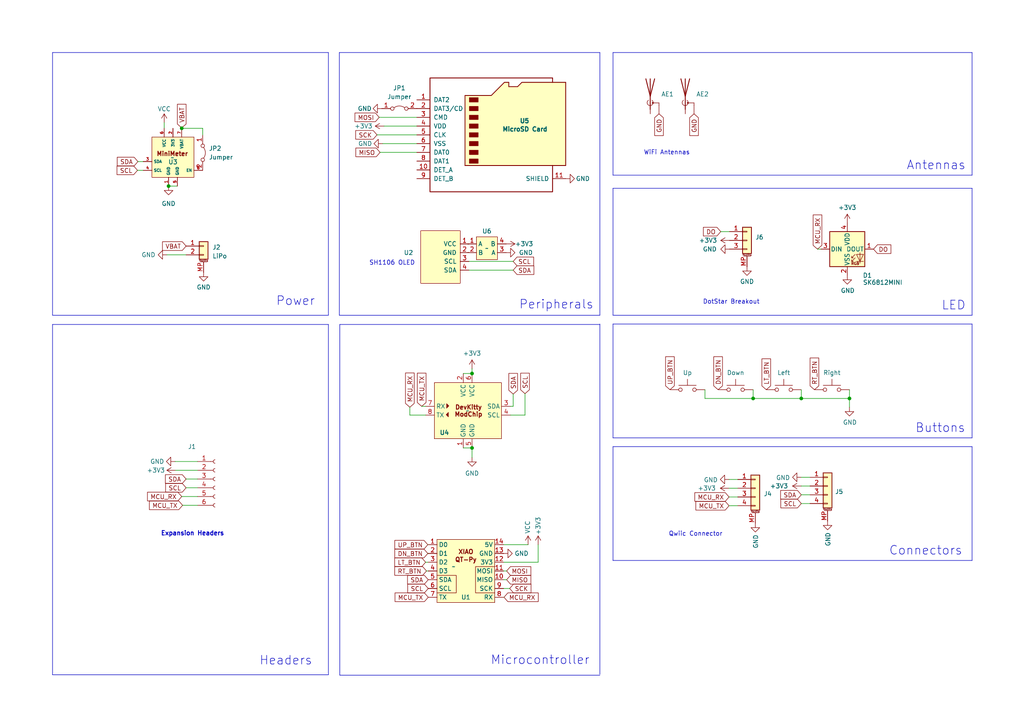
<source format=kicad_sch>
(kicad_sch (version 20230121) (generator eeschema)
  (paper "A4")
  (title_block (title "CutieCat") (date "2024-02-17") (rev "0.0") (company "DevKitty"))
  (lib_symbols
    (symbol "Connector:Conn_01x06_Female" (pin_names (offset 1.016) hide)
      (property "Reference" "J" (at 0 7.62 0))
      (property "Value" "Conn_01x06_Female" (at 0 -10.16 0))
      (symbol "Conn_01x06_Female_1_1"
        (arc (start 0 -7.112) (mid -0.5058 -7.62) (end 0 -8.128) (stroke (width 0.1524)))
        (arc (start 0 -4.572) (mid -0.5058 -5.08) (end 0 -5.588) (stroke (width 0.1524)))
        (arc (start 0 -2.032) (mid -0.5058 -2.54) (end 0 -3.048) (stroke (width 0.1524)))
        (polyline (pts (xy -1.27 -7.62) (xy -0.508 -7.62)) (stroke (width 0.1524)))
        (polyline (pts (xy -1.27 -5.08) (xy -0.508 -5.08)) (stroke (width 0.1524)))
        (polyline (pts (xy -1.27 -2.54) (xy -0.508 -2.54)) (stroke (width 0.1524)))
        (polyline (pts (xy -1.27 0) (xy -0.508 0)) (stroke (width 0.1524)))
        (polyline (pts (xy -1.27 2.54) (xy -0.508 2.54)) (stroke (width 0.1524)))
        (polyline (pts (xy -1.27 5.08) (xy -0.508 5.08)) (stroke (width 0.1524)))
        (arc (start 0 0.508) (mid -0.5058 0) (end 0 -0.508) (stroke (width 0.1524)))
        (arc (start 0 3.048) (mid -0.5058 2.54) (end 0 2.032) (stroke (width 0.1524)))
        (arc (start 0 5.588) (mid -0.5058 5.08) (end 0 4.572) (stroke (width 0.1524)))
        (pin passive line (at -5.08 5.08 0) (length 3.81) (name "Pin_1") (number "1"))
        (pin passive line (at -5.08 2.54 0) (length 3.81) (name "Pin_2") (number "2"))
        (pin passive line (at -5.08 0 0) (length 3.81) (name "Pin_3") (number "3"))
        (pin passive line (at -5.08 -2.54 0) (length 3.81) (name "Pin_4") (number "4"))
        (pin passive line (at -5.08 -5.08 0) (length 3.81) (name "Pin_5") (number "5"))
        (pin passive line (at -5.08 -7.62 0) (length 3.81) (name "Pin_6") (number "6"))
      )
    )
    (symbol "Connector:Micro_SD_Card_Det" (pin_names (offset 1.016))
      (property "Reference" "J" (at -16.51 17.78 0))
      (property "Value" "Micro_SD_Card_Det" (at 16.51 17.78 0))
      (symbol "Micro_SD_Card_Det_0_1"
        (rectangle (start -7.62 -6.985) (end -5.08 -8.255) (fill (type outline)))
        (rectangle (start -7.62 -4.445) (end -5.08 -5.715) (fill (type outline)))
        (rectangle (start -7.62 -1.905) (end -5.08 -3.175) (fill (type outline)))
        (rectangle (start -7.62 0.635) (end -5.08 -0.635) (fill (type outline)))
        (rectangle (start -7.62 3.175) (end -5.08 1.905) (fill (type outline)))
        (rectangle (start -7.62 5.715) (end -5.08 4.445) (fill (type outline)))
        (rectangle (start -7.62 8.255) (end -5.08 6.985) (fill (type outline)))
        (rectangle (start -7.62 10.795) (end -5.08 9.525) (fill (type outline)))
        (polyline (pts (xy 16.51 15.24) (xy 16.51 16.51) (xy -19.05 16.51) (xy -19.05 -16.51) (xy 16.51 -16.51) (xy 16.51 -8.89)) (stroke (width 0.254)))
        (polyline (pts (xy -8.89 -8.89) (xy -8.89 11.43) (xy -1.27 11.43) (xy 2.54 15.24) (xy 3.81 15.24) (xy 3.81 13.97) (xy 6.35 13.97) (xy 7.62 15.24) (xy 20.32 15.24) (xy 20.32 -8.89) (xy -8.89 -8.89)) (stroke (width 0.254)) (fill (type background)))
      )
      (symbol "Micro_SD_Card_Det_1_1"
        (pin bidirectional line (at -22.86 10.16 0) (length 3.81) (name "DAT2") (number "1"))
        (pin passive line (at -22.86 -10.16 0) (length 3.81) (name "DET_A") (number "10"))
        (pin passive line (at 20.32 -12.7 180) (length 3.81) (name "SHIELD") (number "11"))
        (pin bidirectional line (at -22.86 7.62 0) (length 3.81) (name "DAT3/CD") (number "2"))
        (pin input line (at -22.86 5.08 0) (length 3.81) (name "CMD") (number "3"))
        (pin power_in line (at -22.86 2.54 0) (length 3.81) (name "VDD") (number "4"))
        (pin input line (at -22.86 0 0) (length 3.81) (name "CLK") (number "5"))
        (pin power_in line (at -22.86 -2.54 0) (length 3.81) (name "VSS") (number "6"))
        (pin bidirectional line (at -22.86 -5.08 0) (length 3.81) (name "DAT0") (number "7"))
        (pin bidirectional line (at -22.86 -7.62 0) (length 3.81) (name "DAT1") (number "8"))
        (pin passive line (at -22.86 -12.7 0) (length 3.81) (name "DET_B") (number "9"))
      )
    )
    (symbol "Connector_Generic_MountingPin:Conn_01x02_MountingPin" (pin_names (offset 1.016) hide)
      (property "Reference" "J" (at 0 2.54 0))
      (property "Value" "Conn_01x02_MountingPin" (at 1.27 -5.08 0))
      (symbol "Conn_01x02_MountingPin_1_1"
        (rectangle (start -1.27 -2.413) (end 0 -2.667) (stroke (width 0.1524)))
        (rectangle (start -1.27 0.127) (end 0 -0.127) (stroke (width 0.1524)))
        (rectangle (start -1.27 1.27) (end 1.27 -3.81) (stroke (width 0.254)) (fill (type background)))
        (polyline (pts (xy -1.016 -4.572) (xy 1.016 -4.572)) (stroke (width 0.1524)))
        (text "Mounting" (at 0 -4.191 0) (effects (font (size 0.381 0.381))))
        (pin passive line (at -5.08 0 0) (length 3.81) (name "Pin_1") (number "1"))
        (pin passive line (at -5.08 -2.54 0) (length 3.81) (name "Pin_2") (number "2"))
        (pin passive line (at 0 -7.62 90) (length 3.048) (name "MountPin") (number "MP"))
      )
    )
    (symbol "Connector_Generic_MountingPin:Conn_01x03_MountingPin" (pin_names (offset 1.016) hide)
      (property "Reference" "J" (at 0 5.08 0))
      (property "Value" "Conn_01x03_MountingPin" (at 1.27 -5.08 0))
      (symbol "Conn_01x03_MountingPin_1_1"
        (rectangle (start -1.27 -2.413) (end 0 -2.667) (stroke (width 0.1524)))
        (rectangle (start -1.27 0.127) (end 0 -0.127) (stroke (width 0.1524)))
        (rectangle (start -1.27 2.667) (end 0 2.413) (stroke (width 0.1524)))
        (rectangle (start -1.27 3.81) (end 1.27 -3.81) (stroke (width 0.254)) (fill (type background)))
        (polyline (pts (xy -1.016 -4.572) (xy 1.016 -4.572)) (stroke (width 0.1524)))
        (text "Mounting" (at 0 -4.191 0) (effects (font (size 0.381 0.381))))
        (pin passive line (at -5.08 2.54 0) (length 3.81) (name "Pin_1") (number "1"))
        (pin passive line (at -5.08 0 0) (length 3.81) (name "Pin_2") (number "2"))
        (pin passive line (at -5.08 -2.54 0) (length 3.81) (name "Pin_3") (number "3"))
        (pin passive line (at 0 -7.62 90) (length 3.048) (name "MountPin") (number "MP"))
      )
    )
    (symbol "Connector_Generic_MountingPin:Conn_01x04_MountingPin" (pin_names (offset 1.016) hide)
      (property "Reference" "J" (at 0 5.08 0))
      (property "Value" "Conn_01x04_MountingPin" (at 1.27 -7.62 0))
      (symbol "Conn_01x04_MountingPin_1_1"
        (rectangle (start -1.27 -4.953) (end 0 -5.207) (stroke (width 0.1524)))
        (rectangle (start -1.27 -2.413) (end 0 -2.667) (stroke (width 0.1524)))
        (rectangle (start -1.27 0.127) (end 0 -0.127) (stroke (width 0.1524)))
        (rectangle (start -1.27 2.667) (end 0 2.413) (stroke (width 0.1524)))
        (rectangle (start -1.27 3.81) (end 1.27 -6.35) (stroke (width 0.254)) (fill (type background)))
        (polyline (pts (xy -1.016 -7.112) (xy 1.016 -7.112)) (stroke (width 0.1524)))
        (text "Mounting" (at 0 -6.731 0) (effects (font (size 0.381 0.381))))
        (pin passive line (at -5.08 2.54 0) (length 3.81) (name "Pin_1") (number "1"))
        (pin passive line (at -5.08 0 0) (length 3.81) (name "Pin_2") (number "2"))
        (pin passive line (at -5.08 -2.54 0) (length 3.81) (name "Pin_3") (number "3"))
        (pin passive line (at -5.08 -5.08 0) (length 3.81) (name "Pin_4") (number "4"))
        (pin passive line (at 0 -10.16 90) (length 3.048) (name "MountPin") (number "MP"))
      )
    )
    (symbol "CutieCat:Switcheroo"
      (property "Reference" "U6" (at 0 4.953 0))
      (property "Value" "~" (at 0 0 0))
      (symbol "Switcheroo_1_1"
        (rectangle (start -3.048 3.302) (end 3.048 -3.302) (fill (type background)))
        (pin input line (at -5.588 1.27 0) (length 2.54) (name "A") (number "1"))
        (pin input line (at -5.588 -1.27 0) (length 2.54) (name "B") (number "2"))
        (pin input line (at 5.588 -1.27 180) (length 2.54) (name "A") (number "3"))
        (pin input line (at 5.588 1.27 180) (length 2.54) (name "B") (number "4"))
      )
    )
    (symbol "DevKitty-ModChip:DevKitty-ModChip"
      (property "Reference" "U" (at -7.366 -6.096 0))
      (symbol "DevKitty-ModChip_1_1"
        (rectangle (start -9.652 8.128) (end 9.8044 -8.128) (fill (type background)))
        (polyline (pts (xy -6.096 0.762) (xy -6.096 2.032) (xy -5.461 1.397) (xy -6.096 0.762)) (fill (type outline)))
        (polyline (pts (xy -5.588 -0.508) (xy -5.588 -1.778) (xy -6.223 -1.143) (xy -5.588 -0.508)) (fill (type outline)))
        (text "DevKitty\nModChip" (at 0.254 0 0) (effects (font (size 1.27 1.27) bold)))
        (pin power_in line (at -1.27 -10.795 90) (length 2.54) (name "GND") (number "1"))
        (pin power_in line (at -1.27 10.795 270) (length 2.54) (name "VCC") (number "2"))
        (pin bidirectional line (at 12.446 1.27 180) (length 2.54) (name "SDA") (number "3"))
        (pin input line (at 12.446 -1.27 180) (length 2.54) (name "SCL") (number "4"))
        (pin power_in line (at 1.27 -10.795 90) (length 2.54) (name "GND") (number "5"))
        (pin power_in line (at 1.27 10.795 270) (length 2.54) (name "VCC") (number "6"))
        (pin input line (at -12.192 1.27 0) (length 2.54) (name "RX") (number "7"))
        (pin output line (at -12.192 -1.27 0) (length 2.54) (name "TX") (number "8"))
      )
    )
    (symbol "Device:Antenna_Shield" (pin_numbers hide) (pin_names (offset 1.016) hide)
      (property "Reference" "AE" (at -1.905 4.445 0))
      (property "Value" "Antenna_Shield" (at -1.905 2.54 0))
      (symbol "Antenna_Shield_0_1"
        (arc (start -0.508 -1.143) (mid -0.8429 -2.1194) (end 0 -2.667))
        (arc (start 0 -2.667) (mid 0.7989 -2.1052) (end 0.508 -1.143))
        (polyline (pts (xy 0 -2.54) (xy 0 0)))
        (polyline (pts (xy 0 5.08) (xy 0 -3.81)) (stroke (width 0.254)))
        (polyline (pts (xy 0.762 -1.905) (xy 2.54 -1.905)))
        (polyline (pts (xy 2.54 -2.54) (xy 2.54 -1.905)))
        (polyline (pts (xy 1.27 5.08) (xy 0 0) (xy -1.27 5.08)) (stroke (width 0.254)))
        (circle (center 0.762 -1.905) (radius 0.1778) (fill (type outline)))
      )
      (symbol "Antenna_Shield_1_1"
        (pin input line (at 0 -5.08 90) (length 2.54) (name "A") (number "1"))
        (pin input line (at 2.54 -5.08 90) (length 2.54) (name "Shield") (number "2"))
      )
    )
    (symbol "Jumper:Jumper_2_Bridged" (pin_names (offset 0) hide)
      (property "Reference" "JP" (at 0 1.905 0))
      (property "Value" "Jumper_2_Bridged" (at 0 -2.54 0))
      (symbol "Jumper_2_Bridged_0_0"
        (circle (center -2.032 0) (radius 0.508))
        (circle (center 2.032 0) (radius 0.508))
      )
      (symbol "Jumper_2_Bridged_0_1"
        (arc (start 1.524 0.254) (mid 0 0.762) (end -1.524 0.254))
      )
      (symbol "Jumper_2_Bridged_1_1"
        (pin passive line (at -5.08 0 0) (length 2.54) (name "A") (number "1"))
        (pin passive line (at 5.08 0 180) (length 2.54) (name "B") (number "2"))
      )
    )
    (symbol "LED:SK6812MINI" (pin_names (offset 0.254))
      (property "Reference" "D" (at 5.08 5.715 0))
      (property "Value" "SK6812MINI" (at 1.27 -5.715 0))
      (symbol "SK6812MINI_0_0"
        (text "RGB" (at 2.286 -4.191 0) (effects (font (size 0.762 0.762))))
      )
      (symbol "SK6812MINI_0_1"
        (polyline (pts (xy 1.27 -3.556) (xy 1.778 -3.556)))
        (polyline (pts (xy 1.27 -2.54) (xy 1.778 -2.54)))
        (polyline (pts (xy 4.699 -3.556) (xy 2.667 -3.556)))
        (polyline (pts (xy 2.286 -2.54) (xy 1.27 -3.556) (xy 1.27 -3.048)))
        (polyline (pts (xy 2.286 -1.524) (xy 1.27 -2.54) (xy 1.27 -2.032)))
        (polyline (pts (xy 3.683 -1.016) (xy 3.683 -3.556) (xy 3.683 -4.064)))
        (polyline (pts (xy 4.699 -1.524) (xy 2.667 -1.524) (xy 3.683 -3.556) (xy 4.699 -1.524)))
        (rectangle (start 5.08 5.08) (end -5.08 -5.08) (stroke (width 0.254)) (fill (type background)))
      )
      (symbol "SK6812MINI_1_1"
        (pin output line (at 7.62 0 180) (length 2.54) (name "DOUT") (number "1"))
        (pin power_in line (at 0 -7.62 90) (length 2.54) (name "VSS") (number "2"))
        (pin input line (at -7.62 0 0) (length 2.54) (name "DIN") (number "3"))
        (pin power_in line (at 0 7.62 270) (length 2.54) (name "VDD") (number "4"))
      )
    )
    (symbol "MicroControllers:XIAO / QT-Py ESP32"
      (property "Reference" "U" (at 0 -7.62 0))
      (symbol "XIAO / QT-Py ESP32_1_1"
        (rectangle (start -8.382 9.144) (end 8.382 -9.144) (fill (type background)))
        (polyline (pts (xy -8.382 -6.35) (xy -2.794 -6.35) (xy -2.794 -1.27) (xy -8.382 -1.27)))
        (polyline (pts (xy 8.382 1.27) (xy 2.794 1.27) (xy 2.794 -6.35) (xy 8.382 -6.35)))
        (text "QT-Py" (at 0 3.302 0) (effects (font (size 1.27 1.27) bold)))
        (text "XIAO" (at 0 5.588 0) (effects (font (size 1.27 1.27) bold)))
        (pin bidirectional line (at -10.922 7.62 0) (length 2.54) (name "D0") (number "1"))
        (pin bidirectional line (at 10.922 -2.54 180) (length 2.54) (name "MISO") (number "10"))
        (pin bidirectional line (at 10.922 0 180) (length 2.54) (name "MOSI") (number "11"))
        (pin power_out line (at 10.922 2.54 180) (length 2.54) (name "3V3") (number "12"))
        (pin bidirectional line (at 10.922 5.08 180) (length 2.54) (name "GND") (number "13"))
        (pin power_in line (at 10.922 7.62 180) (length 2.54) (name "5V") (number "14"))
        (pin bidirectional line (at -10.922 5.08 0) (length 2.54) (name "D1") (number "2"))
        (pin bidirectional line (at -10.922 2.54 0) (length 2.54) (name "D2") (number "3"))
        (pin bidirectional line (at -10.922 0 0) (length 2.54) (name "D3") (number "4"))
        (pin bidirectional line (at -10.922 -2.54 0) (length 2.54) (name "SDA") (number "5"))
        (pin bidirectional line (at -10.922 -5.08 0) (length 2.54) (name "SCL") (number "6"))
        (pin bidirectional line (at -10.922 -7.62 0) (length 2.54) (name "TX") (number "7"))
        (pin bidirectional line (at 10.922 -7.62 180) (length 2.54) (name "RX") (number "8"))
        (pin bidirectional line (at 10.922 -5.08 180) (length 2.54) (name "SCK") (number "9"))
      )
    )
    (symbol "PicoCharge:MiniMeter"
      (property "Reference" "U" (at 3.556 -1.016 0))
      (symbol "MiniMeter_1_1"
        (rectangle (start -6.096 5.842) (end 6.096 -5.842) (fill (type background)))
        (text "MiniMeter" (at -4.826 1.016 0) (effects (font (size 1.27 1.27) bold) (justify left)))
        (pin passive line (at -1.27 -8.382 90) (length 2.54) (name "GND") (number "1"))
        (pin power_out line (at 0 8.382 270) (length 2.54) (name "3V3") (number "2"))
        (pin input line (at -8.636 -1.27 0) (length 2.54) (name "SDA") (number "3"))
        (pin output line (at -8.636 -3.81 0) (length 2.54) (name "SCL") (number "4"))
        (pin passive line (at 1.27 -8.382 90) (length 2.54) (name "GND") (number "5"))
        (pin power_in line (at -2.54 8.382 270) (length 2.54) (name "VCC") (number "6"))
        (pin power_in line (at 2.54 8.382 270) (length 2.54) (name "VBAT") (number "7"))
        (pin passive line (at 8.636 -3.81 180) (length 2.54) (name "EN") (number "8"))
      )
    )
    (symbol "Switch:SW_Push" (pin_numbers hide) (pin_names (offset 1.016) hide)
      (property "Reference" "SW" (at 1.27 2.54 0))
      (property "Value" "SW_Push" (at 0 -1.524 0))
      (symbol "SW_Push_0_1"
        (circle (center -2.032 0) (radius 0.508))
        (polyline (pts (xy 0 1.27) (xy 0 3.048)))
        (polyline (pts (xy 2.54 1.27) (xy -2.54 1.27)))
        (circle (center 2.032 0) (radius 0.508))
        (pin passive line (at -5.08 0 0) (length 2.54) (name "1") (number "1"))
        (pin passive line (at 5.08 0 180) (length 2.54) (name "2") (number "2"))
      )
    )
    (symbol "power:+3V3" (power) (pin_names (offset 0))
      (property "Value" "+3V3" (at 0 3.556 0))
      (symbol "+3V3_0_1"
        (polyline (pts (xy -0.762 1.27) (xy 0 2.54)))
        (polyline (pts (xy 0 0) (xy 0 2.54)))
        (polyline (pts (xy 0 2.54) (xy 0.762 1.27)))
      )
      (symbol "+3V3_1_1"
        (pin power_in line (at 0 0 90) (length 0) hide (name "+3V3") (number "1"))
      )
    )
    (symbol "power:GND" (power) (pin_names (offset 0))
      (property "Value" "GND" (at 0 -3.81 0))
      (symbol "GND_0_1"
        (polyline (pts (xy 0 0) (xy 0 -1.27) (xy 1.27 -1.27) (xy 0 -2.54) (xy -1.27 -1.27) (xy 0 -1.27)))
      )
      (symbol "GND_1_1"
        (pin power_in line (at 0 0 270) (length 0) hide (name "GND") (number "1"))
      )
    )
    (symbol "power:VCC" (power) (pin_names (offset 0))
      (property "Value" "VCC" (at 0 3.81 0))
      (symbol "VCC_0_1"
        (polyline (pts (xy -0.762 1.27) (xy 0 2.54)))
        (polyline (pts (xy 0 0) (xy 0 2.54)))
        (polyline (pts (xy 0 2.54) (xy 0.762 1.27)))
      )
      (symbol "VCC_1_1"
        (pin power_in line (at 0 0 90) (length 0) hide (name "VCC") (number "1"))
      )
    )
    (symbol "v3.0.1-Dev-Kit-rescue:SH1106-I2C-Display_Graphic" (pin_names (offset 1.016))
      (property "Reference" "U2" (at -10.16 -1.27 90))
      (symbol "SH1106-I2C-Display_Graphic_1_1"
        (rectangle (start -7.62 3.81) (end 7.62 -7.62) (fill (type background)))
        (pin input line (at -3.81 6.35 270) (length 2.54) (name "VCC") (number "1"))
        (pin input line (at -1.27 6.35 270) (length 2.54) (name "GND") (number "2"))
        (pin input line (at 1.27 6.35 270) (length 2.54) (name "SCL") (number "3"))
        (pin input line (at 3.81 6.35 270) (length 2.54) (name "SDA") (number "4"))
      )
    )
  )
  (junction (at 218.44 115.57))
  (junction (at 136.906 129.921))
  (junction (at 48.895 53.975))
  (junction (at 246.38 115.57))
  (junction (at 232.41 115.57))
  (junction (at 136.906 108.331))
  (junction (at 52.705 37.211))
  (polyline (pts (xy 177.8 54.61) (xy 281.94 54.61)))
  (polyline (pts (xy 281.94 127) (xy 281.94 93.98)))
  (wire (pts (xy 48.4124 73.914) (xy 53.975 73.914)))
  (wire (pts (xy 148.844 78.359) (xy 136.017 78.359)))
  (wire (pts (xy 136.017 75.819) (xy 148.844 75.819)))
  (wire (pts (xy 211.455 141.605) (xy 213.995 141.605)))
  (polyline (pts (xy 95.25 15.24) (xy 95.25 91.44)))
  (wire (pts (xy 156.083 157.988) (xy 156.083 163.068)))
  (polyline (pts (xy 15.24 94.107) (xy 95.25 94.107)))
  (wire (pts (xy 134.366 129.921) (xy 136.906 129.921)))
  (wire (pts (xy 39.878 49.403) (xy 41.529 49.403)))
  (wire (pts (xy 148.844 114.3) (xy 148.844 117.856)))
  (wire (pts (xy 204.47 113.03) (xy 204.47 115.57)))
  (polyline (pts (xy 15.24 195.707) (xy 15.24 94.107)))
  (polyline (pts (xy 177.8 15.24) (xy 281.94 15.24)))
  (wire (pts (xy 211.455 139.065) (xy 213.995 139.065)))
  (wire (pts (xy 209.042 67.183) (xy 211.582 67.183)))
  (wire (pts (xy 237.109 72.263) (xy 238.125 72.263)))
  (wire (pts (xy 58.801 37.211) (xy 52.705 37.211)))
  (wire (pts (xy 110.998 41.656) (xy 120.904 41.656)))
  (polyline (pts (xy 177.8 50.8) (xy 281.94 50.8)))
  (wire (pts (xy 109.347 39.116) (xy 120.904 39.116)))
  (wire (pts (xy 246.38 118.11) (xy 246.38 115.57)))
  (wire (pts (xy 123.444 163.068) (xy 124.206 163.068)))
  (wire (pts (xy 52.705 144.018) (xy 57.277 144.018)))
  (wire (pts (xy 134.366 108.331) (xy 136.906 108.331)))
  (wire (pts (xy 53.975 138.938) (xy 57.277 138.938)))
  (wire (pts (xy 204.47 115.57) (xy 218.44 115.57)))
  (polyline (pts (xy 95.25 94.107) (xy 95.25 195.707)))
  (wire (pts (xy 122.301 117.856) (xy 123.444 117.856)))
  (polyline (pts (xy 98.425 91.44) (xy 98.425 15.24)))
  (wire (pts (xy 136.906 106.934) (xy 136.906 108.331)))
  (wire (pts (xy 124.079 157.988) (xy 124.206 157.988)))
  (polyline (pts (xy 173.99 195.834) (xy 98.552 195.834)))
  (wire (pts (xy 50.927 136.398) (xy 57.277 136.398)))
  (wire (pts (xy 153.162 157.988) (xy 146.05 157.988)))
  (wire (pts (xy 211.455 146.685) (xy 213.995 146.685)))
  (polyline (pts (xy 173.99 91.44) (xy 98.425 91.44)))
  (wire (pts (xy 232.41 115.57) (xy 246.38 115.57)))
  (wire (pts (xy 40.005 46.863) (xy 41.529 46.863)))
  (wire (pts (xy 146.177 173.228) (xy 146.05 173.228)))
  (wire (pts (xy 136.906 132.715) (xy 136.906 129.921)))
  (wire (pts (xy 232.41 146.05) (xy 234.95 146.05)))
  (wire (pts (xy 234.95 143.51) (xy 232.41 143.51)))
  (wire (pts (xy 232.41 138.43) (xy 234.95 138.43)))
  (polyline (pts (xy 281.94 50.8) (xy 281.94 15.24)))
  (wire (pts (xy 124.079 160.528) (xy 124.206 160.528)))
  (wire (pts (xy 136.017 73.279) (xy 135.636 73.279)))
  (wire (pts (xy 152.273 114.173) (xy 152.273 120.396)))
  (wire (pts (xy 52.705 37.084) (xy 52.705 37.211)))
  (polyline (pts (xy 177.8 127) (xy 281.94 127)))
  (polyline (pts (xy 98.425 15.24) (xy 173.99 15.24)))
  (wire (pts (xy 111.379 36.576) (xy 120.904 36.576)))
  (polyline (pts (xy 173.99 93.98) (xy 173.99 195.58)))
  (wire (pts (xy 109.982 34.036) (xy 120.904 34.036)))
  (polyline (pts (xy 281.94 91.44) (xy 281.94 54.61)))
  (polyline (pts (xy 281.94 162.56) (xy 177.8 162.56)))
  (wire (pts (xy 148.844 117.856) (xy 148.082 117.856)))
  (wire (pts (xy 58.801 39.243) (xy 58.801 37.211)))
  (wire (pts (xy 213.995 144.145) (xy 211.455 144.145)))
  (wire (pts (xy 218.44 115.57) (xy 232.41 115.57)))
  (polyline (pts (xy 98.552 94.107) (xy 173.99 94.107)))
  (polyline (pts (xy 173.99 15.24) (xy 173.99 91.44)))
  (wire (pts (xy 148.082 120.396) (xy 152.273 120.396)))
  (polyline (pts (xy 95.25 195.707) (xy 15.24 195.707)))
  (polyline (pts (xy 281.94 129.54) (xy 281.94 162.56)))
  (wire (pts (xy 118.872 118.11) (xy 118.872 120.396)))
  (polyline (pts (xy 177.8 54.61) (xy 177.8 91.44)))
  (polyline (pts (xy 98.552 195.834) (xy 98.552 94.107)))
  (wire (pts (xy 246.38 115.57) (xy 246.38 113.03)))
  (wire (pts (xy 50.8 133.858) (xy 57.277 133.858)))
  (polyline (pts (xy 95.25 91.44) (xy 15.24 91.44)))
  (polyline (pts (xy 15.24 91.44) (xy 15.24 15.24)))
  (wire (pts (xy 110.236 44.196) (xy 120.904 44.196)))
  (polyline (pts (xy 177.8 93.98) (xy 177.8 127)))
  (polyline (pts (xy 177.8 93.98) (xy 281.94 93.98)))
  (polyline (pts (xy 177.8 91.44) (xy 281.94 91.44)))
  (wire (pts (xy 52.959 146.558) (xy 57.277 146.558)))
  (polyline (pts (xy 177.8 162.56) (xy 177.8 129.54)))
  (polyline (pts (xy 15.24 15.24) (xy 95.25 15.24)))
  (wire (pts (xy 146.939 165.608) (xy 146.05 165.608)))
  (wire (pts (xy 118.872 120.396) (xy 123.444 120.396)))
  (wire (pts (xy 136.017 70.739) (xy 135.636 70.739)))
  (wire (pts (xy 53.975 141.478) (xy 57.277 141.478)))
  (polyline (pts (xy 177.8 15.24) (xy 177.8 50.8)))
  (wire (pts (xy 47.625 35.56) (xy 47.625 37.211)))
  (polyline (pts (xy 177.8 129.54) (xy 281.94 129.54)))
  (wire (pts (xy 232.41 113.03) (xy 232.41 115.57)))
  (wire (pts (xy 218.44 113.03) (xy 218.44 115.57)))
  (wire (pts (xy 147.828 170.688) (xy 146.05 170.688)))
  (wire (pts (xy 156.083 163.068) (xy 146.05 163.068)))
  (wire (pts (xy 123.698 165.608) (xy 124.206 165.608)))
  (wire (pts (xy 232.41 140.97) (xy 234.95 140.97)))
  (wire (pts (xy 48.895 53.975) (xy 51.435 53.975)))
  (wire (pts (xy 146.939 168.148) (xy 146.05 168.148)))
  (text "Qwiic Connector" (at 193.929 155.702 0) (effects (font (size 1.27 1.27)) (justify left bottom)))
  (text "Connectors" (at 257.81 161.29 0) (effects (font (size 2.54 2.54)) (justify left bottom)))
  (text "Power" (at 80.01 88.9 0) (effects (font (size 2.54 2.54)) (justify left bottom)))
  (text "Buttons" (at 265.43 125.73 0) (effects (font (size 2.54 2.54)) (justify left bottom)))
  (text "WiFi Antennas" (at 186.69 45.085 0) (effects (font (size 1.27 1.27)) (justify left bottom)))
  (text "DotStar Breakout" (at 203.835 88.392 0) (effects (font (size 1.27 1.27)) (justify left bottom)))
  (text "Antennas" (at 262.89 49.53 0) (effects (font (size 2.54 2.54)) (justify left bottom)))
  (text "Expansion Headers" (at 46.609 155.575 0) (effects (font (size 1.27 1.27) (thickness 0.254) bold) (justify left bottom)))
  (text "LED" (at 273.05 90.17 0) (effects (font (size 2.54 2.54)) (justify left bottom)))
  (text "Peripherals" (at 150.495 89.916 0) (effects (font (size 2.54 2.54)) (justify left bottom)))
  (text "SH1106 OLED" (at 107.061 77.089 0) (effects (font (size 1.27 1.27)) (justify left bottom)))
  (text "Headers" (at 75.184 193.167 0) (effects (font (size 2.54 2.54)) (justify left bottom)))
  (text "Microcontroller\n" (at 142.24 193.04 0) (effects (font (size 2.54 2.54)) (justify left bottom)))
  (global_label "SDA" (shape input) (at 124.206 168.148 180) (property "Intersheetrefs" "${INTERSHEET_REFS}" (effects hide)))
  (global_label "MCU_TX" (shape input) (at 124.206 173.228 180) (property "Intersheetrefs" "${INTERSHEET_REFS}" (effects hide)))
  (global_label "SCL" (shape input) (at 53.975 141.478 180) (property "Intersheetrefs" "${INTERSHEET_REFS}" (effects hide)))
  (global_label "DN_BTN" (shape input) (at 124.079 160.528 180) (property "Intersheetrefs" "${INTERSHEET_REFS}" (effects hide)))
  (global_label "UP_BTN" (shape input) (at 124.079 157.988 180) (property "Intersheetrefs" "${INTERSHEET_REFS}" (effects hide)))
  (global_label "RT_BTN" (shape input) (at 123.698 165.608 180) (property "Intersheetrefs" "${INTERSHEET_REFS}" (effects hide)))
  (global_label "SCL" (shape input) (at 39.878 49.403 180) (property "Intersheetrefs" "${INTERSHEET_REFS}" (effects hide)))
  (global_label "SCL" (shape input) (at 232.41 146.05 180) (property "Intersheetrefs" "${INTERSHEET_REFS}" (effects hide)))
  (global_label "MCU_TX" (shape input) (at 122.301 117.856 90) (property "Intersheetrefs" "${INTERSHEET_REFS}" (effects hide)))
  (global_label "SCK" (shape input) (at 147.828 170.688 0) (property "Intersheetrefs" "${INTERSHEET_REFS}" (effects hide)))
  (global_label "MOSI" (shape input) (at 146.939 165.608 0) (property "Intersheetrefs" "${INTERSHEET_REFS}" (effects hide)))
  (global_label "MCU_RX" (shape input) (at 237.109 72.263 90) (property "Intersheetrefs" "${INTERSHEET_REFS}" (effects hide)))
  (global_label "MCU_RX" (shape input) (at 211.455 144.145 180) (property "Intersheetrefs" "${INTERSHEET_REFS}" (effects hide)))
  (global_label "GND" (shape input) (at 191.135 33.02 270) (property "Intersheetrefs" "${INTERSHEET_REFS}" (effects hide)))
  (global_label "SCL" (shape input) (at 124.206 170.688 180) (property "Intersheetrefs" "${INTERSHEET_REFS}" (effects hide)))
  (global_label "SDA" (shape input) (at 148.844 78.359 0) (property "Intersheetrefs" "${INTERSHEET_REFS}" (effects hide)))
  (global_label "MCU_RX" (shape input) (at 118.872 118.11 90) (property "Intersheetrefs" "${INTERSHEET_REFS}" (effects hide)))
  (global_label "DO" (shape input) (at 253.365 72.263 0) (property "Intersheetrefs" "${INTERSHEET_REFS}" (effects hide)))
  (global_label "LT_BTN" (shape input) (at 222.25 113.03 90) (property "Intersheetrefs" "${INTERSHEET_REFS}" (effects hide)))
  (global_label "SCK" (shape input) (at 109.347 39.116 180) (property "Intersheetrefs" "${INTERSHEET_REFS}" (effects hide)))
  (global_label "MCU_TX" (shape input) (at 211.455 146.685 180) (property "Intersheetrefs" "${INTERSHEET_REFS}" (effects hide)))
  (global_label "SCL" (shape input) (at 152.273 114.173 90) (property "Intersheetrefs" "${INTERSHEET_REFS}" (effects hide)))
  (global_label "VBAT" (shape input) (at 53.975 71.374 180) (property "Intersheetrefs" "${INTERSHEET_REFS}" (effects hide)))
  (global_label "DO" (shape input) (at 209.042 67.183 180) (property "Intersheetrefs" "${INTERSHEET_REFS}" (effects hide)))
  (global_label "LT_BTN" (shape input) (at 123.444 163.068 180) (property "Intersheetrefs" "${INTERSHEET_REFS}" (effects hide)))
  (global_label "MCU_RX" (shape input) (at 52.705 144.018 180) (property "Intersheetrefs" "${INTERSHEET_REFS}" (effects hide)))
  (global_label "MISO" (shape input) (at 146.939 168.148 0) (property "Intersheetrefs" "${INTERSHEET_REFS}" (effects hide)))
  (global_label "MCU_TX" (shape input) (at 52.959 146.558 180) (property "Intersheetrefs" "${INTERSHEET_REFS}" (effects hide)))
  (global_label "SDA" (shape input) (at 148.844 114.3 90) (property "Intersheetrefs" "${INTERSHEET_REFS}" (effects hide)))
  (global_label "UP_BTN" (shape input) (at 194.31 113.03 90) (property "Intersheetrefs" "${INTERSHEET_REFS}" (effects hide)))
  (global_label "SDA" (shape input) (at 53.975 138.938 180) (property "Intersheetrefs" "${INTERSHEET_REFS}" (effects hide)))
  (global_label "SDA" (shape input) (at 232.41 143.51 180) (property "Intersheetrefs" "${INTERSHEET_REFS}" (effects hide)))
  (global_label "SDA" (shape input) (at 40.005 46.863 180) (property "Intersheetrefs" "${INTERSHEET_REFS}" (effects hide)))
  (global_label "VBAT" (shape input) (at 52.705 37.084 90) (property "Intersheetrefs" "${INTERSHEET_REFS}" (effects hide)))
  (global_label "MCU_RX" (shape input) (at 146.177 173.228 0) (property "Intersheetrefs" "${INTERSHEET_REFS}" (effects hide)))
  (global_label "SCL" (shape input) (at 148.844 75.819 0) (property "Intersheetrefs" "${INTERSHEET_REFS}" (effects hide)))
  (global_label "DN_BTN" (shape input) (at 208.28 113.03 90) (property "Intersheetrefs" "${INTERSHEET_REFS}" (effects hide)))
  (global_label "RT_BTN" (shape input) (at 236.22 113.03 90) (property "Intersheetrefs" "${INTERSHEET_REFS}" (effects hide)))
  (global_label "MOSI" (shape input) (at 109.982 34.036 180) (property "Intersheetrefs" "${INTERSHEET_REFS}" (effects hide)))
  (global_label "MISO" (shape input) (at 110.236 44.196 180) (property "Intersheetrefs" "${INTERSHEET_REFS}" (effects hide)))
  (global_label "GND" (shape input) (at 201.295 33.02 270) (property "Intersheetrefs" "${INTERSHEET_REFS}" (effects hide)))
  (symbol (lib_id "Switch:SW_Push") (at 199.39 113.03 0) (unit 1)
    (property "Reference" "SW1" (effects hide))
    (property "Value" "Up" (at 199.39 108.1024 0))
    (property "Footprint" "Button_Switch_SMD:SW_SPST_FSMSM" (effects hide))
  )
  (symbol (lib_id "Switch:SW_Push") (at 213.36 113.03 0) (unit 1)
    (property "Reference" "SW2" (effects hide))
    (property "Value" "Down" (at 213.36 108.1024 0))
    (property "Footprint" "Button_Switch_SMD:SW_SPST_FSMSM" (effects hide))
  )
  (symbol (lib_id "Switch:SW_Push") (at 227.33 113.03 0) (unit 1)
    (property "Reference" "SW3" (effects hide))
    (property "Value" "Left" (at 227.33 108.1024 0))
    (property "Footprint" "Button_Switch_SMD:SW_SPST_FSMSM" (effects hide))
  )
  (symbol (lib_id "Switch:SW_Push") (at 241.3 113.03 0) (unit 1)
    (property "Reference" "SW4" (effects hide))
    (property "Value" "Right" (at 241.3 108.1024 0))
    (property "Footprint" "Button_Switch_SMD:SW_SPST_FSMSM" (effects hide))
  )
  (symbol (lib_id "power:GND") (at 246.38 118.11 0) (unit 1)
    (property "Reference" "#PWR025" (effects hide))
    (property "Value" "GND" (at 246.507 122.5042 0))
  )
  (symbol (lib_id "v3.0.1-Dev-Kit-rescue:SH1106-I2C-Display_Graphic") (at 129.667 74.549 270) (unit 1)
    (property "Reference" "U2" (at 118.491 73.279 90))
    (property "Value" "SH1106 OLED" (effects hide))
    (property "Footprint" "Nugget-Modules:SH1106" (effects hide))
  )
  (symbol (lib_id "power:GND") (at 146.812 73.279 90) (unit 1)
    (property "Reference" "#PWR010" (effects hide))
    (property "Value" "GND" (at 152.527 73.279 90))
  )
  (symbol (lib_id "power:+3V3") (at 146.812 70.739 270) (unit 1)
    (property "Reference" "#PWR09" (effects hide))
    (property "Value" "+3V3" (at 152.019 70.739 90))
  )
  (symbol (lib_id "power:GND") (at 50.8 133.858 270) (unit 1)
    (property "Reference" "#PWR07" (effects hide))
    (property "Value" "GND" (at 45.593 133.858 90))
  )
  (symbol (lib_id "MicroControllers:XIAO / QT-Py ESP32") (at 135.128 165.608 0) (unit 1)
    (property "Reference" "U1" (at 135.128 173.228 0))
    (property "Value" "~" (at 131.572 164.338 0))
    (property "Footprint" "Connector_JST:JST_PH_S2B-PH-SM4-TB_1x02-1MP_P2.00mm_Horizontal" (effects hide))
  )
  (symbol (lib_id "power:GND") (at 245.745 79.883 0) (unit 1)
    (property "Reference" "#PWR028" (effects hide))
    (property "Value" "GND" (at 245.872 84.2772 0))
  )
  (symbol (lib_id "power:GND") (at 48.4124 73.914 270) (unit 1)
    (property "Reference" "#PWR02" (effects hide))
    (property "Value" "GND" (at 45.1104 73.914 90) (effects (justify right)))
  )
  (symbol (lib_id "Connector:Conn_01x06_Female") (at 62.357 138.938 0) (unit 1)
    (property "Reference" "J1" (at 54.483 129.54 0) (effects (justify left)))
    (property "Value" "Header" (effects hide))
    (property "Footprint" "Jumper:SolderJumper-2_P1.3mm_Bridged_RoundedPad1.0x1.5mm" (effects hide))
  )
  (symbol (lib_id "power:GND") (at 110.998 41.656 270) (unit 1)
    (property "Reference" "#PWR05" (effects hide))
    (property "Value" "GND" (at 107.95 41.656 90) (effects (justify right)))
  )
  (symbol (lib_id "power:GND") (at 240.03 151.13 0) (unit 1)
    (property "Reference" "#PWR023" (effects hide))
    (property "Value" "GND" (at 240.157 154.3812 90) (effects (justify right)))
  )
  (symbol (lib_id "power:GND") (at 232.41 138.43 270) (unit 1)
    (property "Reference" "#PWR021" (effects hide))
    (property "Value" "GND" (at 229.1588 138.557 90) (effects (justify right)))
  )
  (symbol (lib_id "Jumper:Jumper_2_Bridged") (at 115.824 31.496 0) (unit 1)
    (property "Reference" "JP1" (at 115.824 25.527 0))
    (property "Value" "Jumper" (at 115.824 28.067 0))
    (property "Footprint" "Jumper:SolderJumper-2_P1.3mm_Bridged_RoundedPad1.0x1.5mm" (effects hide))
  )
  (symbol (lib_id "power:GND") (at 146.05 160.528 90) (unit 1)
    (property "Reference" "#PWR011" (effects hide))
    (property "Value" "GND" (at 149.225 160.528 90) (effects (justify right)))
  )
  (symbol (lib_id "power:+3V3") (at 232.41 140.97 90) (unit 1)
    (property "Reference" "#PWR022" (effects hide))
    (property "Value" "+3V3" (at 228.6 140.97 90) (effects (justify left)))
  )
  (symbol (lib_id "Device:Antenna_Shield") (at 198.755 27.94 0) (unit 1)
    (property "Reference" "AE2" (at 201.93 27.305 0) (effects (justify left)))
    (property "Value" "Antenna_Shield" (effects hide))
    (property "Footprint" "Connector_Coaxial:SMA_Amphenol_901-144_Vertical" (effects hide))
  )
  (symbol (lib_id "power:VCC") (at 47.625 35.56 0) (unit 1)
    (property "Reference" "#PWR01" (effects hide))
    (property "Value" "VCC" (at 47.625 31.5976 0))
  )
  (symbol (lib_id "Connector_Generic_MountingPin:Conn_01x04_MountingPin") (at 240.03 140.97 0) (unit 1)
    (property "Reference" "J5" (at 242.189 142.5956 0) (effects (justify left)))
    (property "Value" "Conn_01x04_MountingPin" (effects hide))
  )
  (symbol (lib_id "power:VCC") (at 153.162 157.988 0) (unit 1)
    (property "Reference" "#PWR014" (effects hide))
    (property "Value" "VCC" (at 153.035 152.908 90))
  )
  (symbol (lib_id "DevKitty-ModChip:DevKitty-ModChip") (at 135.636 119.126 0) (unit 1)
    (property "Reference" "U4" (at 128.905 125.476 0) (effects (font bold)))
    (property "Value" "~" (at 135.636 119.126 0))
  )
  (symbol (lib_id "power:GND") (at 59.055 78.994 0) (unit 1)
    (property "Reference" "#PWR029" (effects hide))
    (property "Value" "GND" (at 59.055 83.312 0))
  )
  (symbol (lib_id "power:+3V3") (at 136.906 106.934 0) (unit 1)
    (property "Reference" "#PWR012" (effects hide))
    (property "Value" "+3V3" (at 136.906 102.489 0))
  )
  (symbol (lib_id "power:GND") (at 211.582 72.263 270) (unit 1)
    (property "Reference" "#PWR020" (effects hide))
    (property "Value" "GND" (at 205.867 72.263 90))
  )
  (symbol (lib_id "Jumper:Jumper_2_Bridged") (at 58.801 44.323 270) (unit 1)
    (property "Reference" "JP2" (at 60.579 43.053 90) (effects (justify left)))
    (property "Value" "Jumper" (at 60.579 45.593 90) (effects (justify left)))
    (property "Footprint" "Jumper:SolderJumper-2_P1.3mm_Bridged_RoundedPad1.0x1.5mm" (effects hide))
  )
  (symbol (lib_id "power:+3V3") (at 111.379 36.576 90) (unit 1)
    (property "Reference" "#PWR06" (effects hide))
    (property "Value" "+3V3" (at 108.077 36.576 90) (effects (justify left)))
  )
  (symbol (lib_id "power:GND") (at 164.084 51.816 90) (unit 1)
    (property "Reference" "#PWR016" (effects hide))
    (property "Value" "GND" (at 167.005 51.816 90) (effects (justify right)))
  )
  (symbol (lib_id "power:GND") (at 48.895 53.975 0) (unit 1)
    (property "Reference" "#PWR03" (effects hide))
    (property "Value" "GND" (at 48.895 59.055 0))
  )
  (symbol (lib_id "power:GND") (at 136.906 132.715 0) (unit 1)
    (property "Reference" "#PWR013" (effects hide))
    (property "Value" "GND" (at 136.906 137.287 0))
  )
  (symbol (lib_id "power:GND") (at 110.744 31.496 270) (unit 1)
    (property "Reference" "#PWR04" (effects hide))
    (property "Value" "GND" (at 107.823 31.496 90) (effects (justify right)))
  )
  (symbol (lib_id "CutieCat:Switcheroo") (at 141.224 72.009 0) (unit 1)
    (property "Reference" "U6" (at 141.224 67.056 0))
    (property "Value" "~" (at 141.224 72.009 0))
  )
  (symbol (lib_id "power:GND") (at 216.662 77.343 0) (unit 1)
    (property "Reference" "#PWR026" (effects hide))
    (property "Value" "GND" (at 216.662 81.661 0))
  )
  (symbol (lib_id "PicoCharge:MiniMeter") (at 50.165 45.593 0) (unit 1)
    (property "Reference" "U3" (at 50.165 46.99 0))
    (property "Value" "~" (at 50.038 45.72 0))
  )
  (symbol (lib_id "power:+3V3") (at 156.083 157.988 0) (unit 1)
    (property "Reference" "#PWR015" (effects hide))
    (property "Value" "+3V3" (at 156.083 152.527 90))
  )
  (symbol (lib_id "power:+3V3") (at 245.745 64.643 0) (unit 1)
    (property "Reference" "#PWR027" (effects hide))
    (property "Value" "+3V3" (at 245.745 60.198 0))
  )
  (symbol (lib_id "Connector_Generic_MountingPin:Conn_01x04_MountingPin") (at 219.075 141.605 0) (unit 1)
    (property "Reference" "J4" (at 221.488 143.2306 0) (effects (justify left)))
    (property "Value" "Conn_01x04_MountingPin" (effects hide))
  )
  (symbol (lib_id "power:GND") (at 219.075 151.765 0) (unit 1)
    (property "Reference" "#PWR024" (effects hide))
    (property "Value" "GND" (at 219.202 155.0162 90) (effects (justify right)))
  )
  (symbol (lib_id "Connector_Generic_MountingPin:Conn_01x03_MountingPin") (at 216.662 69.723 0) (unit 1)
    (property "Reference" "J6" (at 219.075 68.8086 0) (effects (justify left)))
    (property "Value" "Conn_01x03_MountingPin" (effects hide))
  )
  (symbol (lib_id "power:GND") (at 211.455 139.065 270) (unit 1)
    (property "Reference" "#PWR017" (effects hide))
    (property "Value" "GND" (at 208.2038 139.192 90) (effects (justify right)))
  )
  (symbol (lib_id "Device:Antenna_Shield") (at 188.595 27.94 0) (unit 1)
    (property "Reference" "AE1" (at 191.77 27.305 0) (effects (justify left)))
    (property "Value" "Antenna_Shield" (effects hide))
    (property "Footprint" "Connector_Coaxial:SMA_Amphenol_901-144_Vertical" (effects hide))
  )
  (symbol (lib_id "LED:SK6812MINI") (at 245.745 72.263 0) (unit 1)
    (property "Reference" "D1" (at 251.587 79.883 0))
    (property "Value" "SK6812MINI" (at 256.032 81.915 0))
    (property "Footprint" "LED_SMD:LED_SK6812MINI_PLCC4_3.5x3.5mm_P1.75mm" (effects hide))
    (property "Datasheet" "https://cdn-shop.adafruit.com/product-files/2686/SK6812MINI_REV.01-1-2.pdf" (effects hide))
  )
  (symbol (lib_id "power:+3V3") (at 211.582 69.723 90) (unit 1)
    (property "Reference" "#PWR019" (effects hide))
    (property "Value" "+3V3" (at 205.359 69.723 90))
  )
  (symbol (lib_id "power:+3V3") (at 211.455 141.605 90) (unit 1)
    (property "Reference" "#PWR018" (effects hide))
    (property "Value" "+3V3" (at 207.645 141.605 90) (effects (justify left)))
  )
  (symbol (lib_id "Connector:Micro_SD_Card_Det") (at 143.764 39.116 0) (unit 1)
    (property "Reference" "U5" (at 152.146 35.052 0) (effects (font bold)))
    (property "Value" "MicroSD Card" (at 152.273 37.465 0) (effects (font bold)))
    (property "Footprint" "Wardriver-Footprints:MicroSD" (effects hide))
    (property "Datasheet" "https://www.hirose.com/product/en/download_file/key_name/DM3/category/Catalog/doc_file_id/49662/?file_category_id=4&item_id=195&is_series=1" (effects hide))
  )
  (symbol (lib_id "Connector_Generic_MountingPin:Conn_01x02_MountingPin") (at 59.055 71.374 0) (unit 1)
    (property "Reference" "J2" (at 61.595 71.7296 0) (effects (justify left)))
    (property "Value" "LiPo" (at 61.595 74.2696 0) (effects (justify left)))
  )
  (symbol (lib_id "power:+3V3") (at 50.927 136.398 90) (unit 1)
    (property "Reference" "#PWR08" (effects hide))
    (property "Value" "+3V3" (at 45.212 136.398 90))
  )
)
</source>
